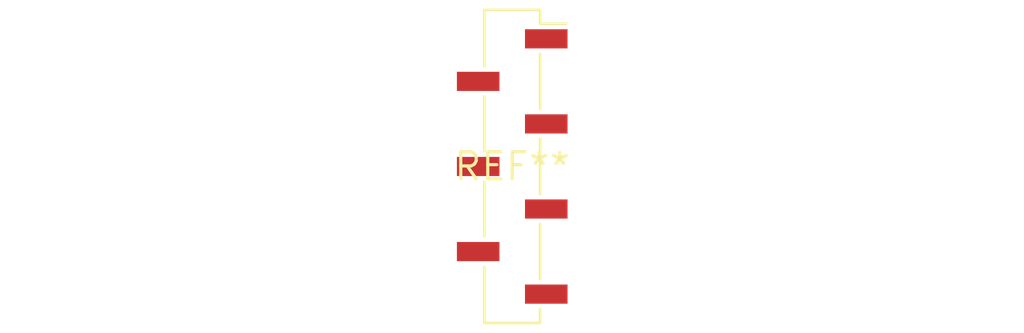
<source format=kicad_pcb>
(kicad_pcb (version 20240108) (generator pcbnew)
  (layers (0 "F.Cu" signal) (31 "B.Cu" signal) (34 "B.Paste" user) (35 "F.Paste" user) (36 "B.SilkS" user "B.Silkscreen") (37 "F.SilkS" user "F.Silkscreen") (38 "B.Mask" user) (39 "F.Mask" user) (44 "Edge.Cuts" user))
  (net 0 "")
  (footprint "PinSocket_1x07_P2.00mm_Vertical_SMD_Pin1Right" (layer "F.Cu") (at 0 0)
    (property "Reference" "REF**")
    (property "Value" "PinSocket_1x07_P2.00mm_Vertical_SMD_Pin1Right")
    (fp_line (start -1.31 -7.36) (end -1.31 -4.71) (layer "F.SilkS") (stroke (width 0.12)))
    (fp_line (start -1.31 -7.36) (end 1.31 -7.36) (layer "F.SilkS") (stroke (width 0.12)))
    (fp_line (start -1.31 -3.29) (end -1.31 -0.71) (layer "F.SilkS") (stroke (width 0.12)))
    (fp_line (start -1.31 0.71) (end -1.31 3.29) (layer "F.SilkS") (stroke (width 0.12)))
    (fp_line (start -1.31 4.71) (end -1.31 7.36) (layer "F.SilkS") (stroke (width 0.12)))
    (fp_line (start -1.31 7.36) (end 1.31 7.36) (layer "F.SilkS") (stroke (width 0.12)))
    (fp_line (start 1.31 -7.36) (end 1.31 -6.71) (layer "F.SilkS") (stroke (width 0.12)))
    (fp_line (start 1.31 -6.71) (end 2.54 -6.71) (layer "F.SilkS") (stroke (width 0.12)))
    (fp_line (start 1.31 -5.29) (end 1.31 -2.71) (layer "F.SilkS") (stroke (width 0.12)))
    (fp_line (start 1.31 -1.29) (end 1.31 1.29) (layer "F.SilkS") (stroke (width 0.12)))
    (fp_line (start 1.31 2.71) (end 1.31 5.29) (layer "F.SilkS") (stroke (width 0.12)))
    (fp_line (start 1.31 6.71) (end 1.31 7.36) (layer "F.SilkS") (stroke (width 0.12)))
    (pad "1" smd rect (at 1.6 -6) (size 2 0.9) (layers "F.Cu" "F.Paste" "F.Mask"))
    (pad "2" smd rect (at -1.6 -4) (size 2 0.9) (layers "F.Cu" "F.Paste" "F.Mask"))
    (pad "3" smd rect (at 1.6 -2) (size 2 0.9) (layers "F.Cu" "F.Paste" "F.Mask"))
    (pad "4" smd rect (at -1.6 0) (size 2 0.9) (layers "F.Cu" "F.Paste" "F.Mask"))
    (pad "5" smd rect (at 1.6 2) (size 2 0.9) (layers "F.Cu" "F.Paste" "F.Mask"))
    (pad "6" smd rect (at -1.6 4) (size 2 0.9) (layers "F.Cu" "F.Paste" "F.Mask"))
    (pad "7" smd rect (at 1.6 6) (size 2 0.9) (layers "F.Cu" "F.Paste" "F.Mask"))
  )
)
</source>
